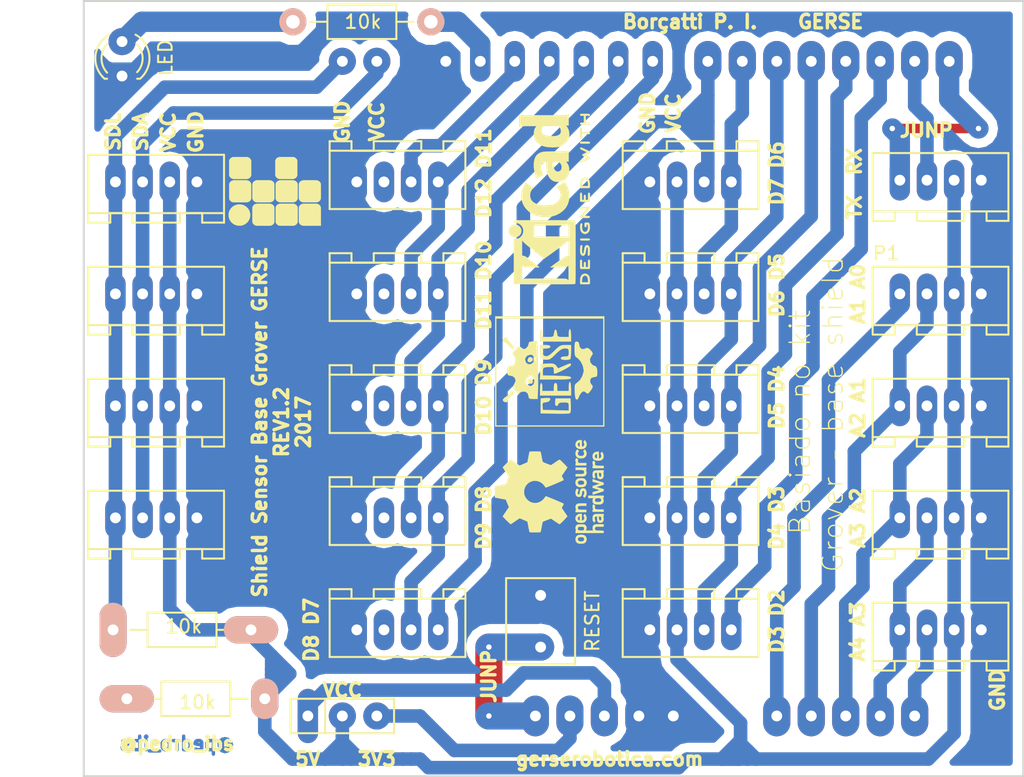
<source format=kicad_pcb>
(kicad_pcb (version 4) (host pcbnew 4.0.2+dfsg1-stable)
  (title_block (title "Shield Sensor Base Grover GERSE  Conector grove 4 pinos universal") (date 2017-09-04) (rev 1.2) (company "Shield Sensor Base Grover GERSE    ") (comment 2 "Pedro Igor B. S."))
  (layers (0 F.Cu signal) (31 B.Cu signal) (34 B.Paste user hide) (35 F.Paste user) (36 B.SilkS user) (37 F.SilkS user) (38 B.Mask user) (39 F.Mask user) (44 Edge.Cuts user))
  (net 0 "")
  (net 1 Earth)
  (net 2 TXD)
  (net 3 D2)
  (net 4 D3)
  (net 5 D4)
  (net 6 D5)
  (net 7 D6)
  (net 8 D7)
  (net 9 D8)
  (net 10 D9)
  (net 11 D10)
  (net 12 D11)
  (net 13 D12)
  (net 14 D13)
  (net 15 "Net-(IC1-PadAR)")
  (net 16 ADC4)
  (net 17 ADC5)
  (net 18 ADC3)
  (net 19 ADC2)
  (net 20 ADC1)
  (net 21 ADC0)
  (net 22 "Net-(IC1-PadVIN)")
  (net 23 5V)
  (net 24 3V3)
  (net 25 VCC)
  (net 26 RXD)
  (net 27 RT)
  (net 28 "Net-(D1-Pad2)")
  (module MY_kicad:ARDUINO_UNO (layer F.Cu) (at 19.685 69.215)
    (fp_text reference IC1 hide)
    (fp_text value ARDUINO_UNO hide)
    (pad 0 thru_hole oval (at 63.5 -50.8) (size 2 3) (drill 0.8) (layers *.Cu *.Mask) (net 26 RXD))
    (pad 1 thru_hole oval (at 60.96 -50.8) (size 2 3) (drill 0.8) (layers *.Cu *.Mask) (net 2 TXD))
    (pad 2 thru_hole oval (at 58.42 -50.8) (size 2 3) (drill 0.8) (layers *.Cu *.Mask) (net 3 D2))
    (pad 3 thru_hole oval (at 55.88 -50.8) (size 2 3) (drill 0.8) (layers *.Cu *.Mask) (net 4 D3))
    (pad 4 thru_hole oval (at 53.34 -50.8) (size 2 3) (drill 0.8) (layers *.Cu *.Mask) (net 5 D4))
    (pad 5 thru_hole oval (at 50.8 -50.8) (size 2 3) (drill 0.8) (layers *.Cu *.Mask) (net 6 D5))
    (pad 6 thru_hole oval (at 48.26 -50.8) (size 2 3) (drill 0.8) (layers *.Cu *.Mask) (net 7 D6))
    (pad 7 thru_hole oval (at 45.72 -50.8) (size 2 3) (drill 0.8) (layers *.Cu *.Mask) (net 8 D7))
    (pad 8 thru_hole oval (at 41.656 -50.8) (size 1.5 3) (drill 0.8) (layers *.Cu *.Mask) (net 9 D8))
    (pad 9 thru_hole oval (at 39.116 -50.8) (size 1.5 3) (drill 0.8) (layers *.Cu *.Mask) (net 10 D9))
    (pad 10 thru_hole oval (at 36.576 -50.8) (size 1.5 3) (drill 0.8) (layers *.Cu *.Mask) (net 11 D10))
    (pad 11 thru_hole oval (at 34.036 -50.8) (size 1.5 3) (drill 0.8) (layers *.Cu *.Mask) (net 12 D11))
    (pad 12 thru_hole oval (at 31.496 -50.8) (size 1.5 3) (drill 0.8) (layers *.Cu *.Mask) (net 13 D12))
    (pad 13 thru_hole oval (at 28.956 -50.8) (size 1.5 3) (drill 0.8) (layers *.Cu *.Mask) (net 14 D13))
    (pad GND thru_hole circle (at 26.416 -50.8) (size 2 2) (drill 0.8) (layers *.Cu *.Mask) (net 1 Earth))
    (pad A4 thru_hole circle (at 21.336 -50.8) (size 2 2) (drill 0.8) (layers *.Cu *.Mask) (net 16 ADC4))
    (pad A5 thru_hole circle (at 18.796 -50.8) (size 2 2) (drill 0.8) (layers *.Cu *.Mask) (net 17 ADC5))
    (pad A4 thru_hole oval (at 60.96 -2.54) (size 2 3) (drill 0.8) (layers *.Cu *.Mask) (net 16 ADC4))
    (pad A3 thru_hole oval (at 58.42 -2.54) (size 2 3) (drill 0.8) (layers *.Cu *.Mask) (net 18 ADC3))
    (pad A2 thru_hole oval (at 55.88 -2.54) (size 2 3) (drill 0.8) (layers *.Cu *.Mask) (net 19 ADC2))
    (pad A1 thru_hole oval (at 53.34 -2.54) (size 2 3) (drill 0.8) (layers *.Cu *.Mask) (net 20 ADC1))
    (pad A0 thru_hole oval (at 50.8 -2.54) (size 2 3) (drill 0.8) (layers *.Cu *.Mask) (net 21 ADC0))
    (pad GND thru_hole oval (at 43.18 -2.54) (size 2 3) (drill 0.8) (layers *.Cu *.Mask) (net 1 Earth))
    (pad GND thru_hole oval (at 40.64 -2.54) (size 2 3) (drill 0.8) (layers *.Cu *.Mask) (net 1 Earth))
    (pad 5V thru_hole oval (at 38.1 -2.54) (size 2 3) (drill 0.8) (layers *.Cu *.Mask) (net 23 5V))
    (pad 3V3 thru_hole oval (at 35.56 -2.54) (size 2 3) (drill 0.8) (layers *.Cu *.Mask) (net 24 3V3))
    (pad RT thru_hole oval (at 33.02 -2.54) (size 2 3) (drill 0.8) (layers *.Cu *.Mask) (net 27 RT))
  )
  (module Resistors_ThroughHole:Resistor_Horizontal_RM10mm (layer F.Cu) (at 21.59 60.325)
    (fp_text reference R1 hide)
    (fp_text value 10k (at 5.207 -0.254) (layer F.SilkS))
    (pad 1 thru_hole oval (at 0 0) (size 2 4) (drill 0.8) (layers *.Cu *.Mask B.SilkS) (net 17 ADC5))
    (pad 2 thru_hole oval (at 10.16 0) (size 4 2) (drill 0.8) (layers *.Cu *.Mask B.SilkS) (net 25 VCC))
  )
  (module Symbols:KiCad-Logo2_6mm_SilkScreen (layer F.Cu) (at 53.721 28.575 90)
    (fp_text reference REF*** hide)
    (fp_text value KiCad-Logo2_6mm_SilkScreen hide)
  )
  (module Symbols:OSHW-Logo_7.5x8mm_SilkScreen (layer F.Cu) (at 53.721 50.165 90)
    (fp_text reference REF*** hide)
    (fp_text value OSHW-Logo_7.5x8mm_SilkScreen hide)
  )
  (module Buttons_Switches_ThroughHole:SW_Micro_SPST (layer F.Cu) (at 38.481 66.675)
    (fp_text reference JP1 hide)
    (fp_text value JUMP3 hide)
    (pad 1 thru_hole oval (at -2.54 0) (size 1.5 4) (drill 0.8) (layers *.Cu *.Mask) (net 23 5V))
    (pad 2 thru_hole oval (at 0 0) (size 2 2) (drill 0.8) (layers *.Cu *.Mask) (net 25 VCC))
    (pad 3 thru_hole circle (at 2.54 0) (size 2 2) (drill 0.8) (layers *.Cu *.Mask) (net 24 3V3))
  )
  (module Resistors_ThroughHole:Resistor_Horizontal_RM10mm (layer F.Cu) (at 22.606 65.405)
    (fp_text reference R2 hide)
    (fp_text value 10k (at 5.207 0.254) (layer F.SilkS))
    (pad 1 thru_hole oval (at 0 0) (size 4 2) (drill 0.8) (layers *.Cu *.Mask B.SilkS) (net 16 ADC4))
    (pad 2 thru_hole oval (at 10.16 0) (size 2 3) (drill 0.8) (layers *.Cu *.Mask B.SilkS) (net 25 VCC))
  )
  (module MY_kicad:LOGO3 (layer F.Cu) (at 53.721 41.275 90)
    (fp_text reference G*** hide)
    (fp_text value LOGO hide)
  )
  (module MY_kicad:BUTTON2P (layer F.Cu) (at 53.086 57.785 270)
    (fp_text reference SW_RS1 hide)
    (fp_text value RESET (at 1.905 -3.81 270) (layer F.SilkS))
    (pad 1 thru_hole oval (at 0 0 270) (size 2 2) (drill 0.8) (layers *.Cu *.Mask) (net 1 Earth))
    (pad 2 thru_hole oval (at 3.81 0 270) (size 2 2) (drill 0.8) (layers *.Cu *.Mask) (net 27 RT))
  )
  (module LEDs:LED-3MM (layer F.Cu) (at 22.25 19.5 90)
    (fp_text reference D1 hide)
    (fp_text value LED (at 1.34 3.2 270) (layer F.SilkS))
    (pad 1 thru_hole rect (at 0 0 180) (size 2 2) (drill 0.8) (layers *.Cu *.Mask) (net 1 Earth))
    (pad 2 thru_hole circle (at 2.54 0 90) (size 2 2) (drill 0.8) (layers *.Cu *.Mask) (net 28 "Net-(D1-Pad2)"))
  )
  (module Resistors_ThroughHole:Resistor_Horizontal_RM10mm (layer F.Cu) (at 45 15.5 180)
    (fp_text reference R3 hide)
    (fp_text value 10k (at 5 0 180) (layer F.SilkS))
    (pad 1 thru_hole circle (at 0 0 180) (size 1.99898 1.99898) (drill 1.00076) (layers *.Cu *.SilkS *.Mask) (net 14 D13))
    (pad 2 thru_hole circle (at 10.16 0 180) (size 1.99898 1.99898) (drill 1.00076) (layers *.Cu *.SilkS *.Mask) (net 28 "Net-(D1-Pad2)"))
  )
  (module "MyFootprint:Grove 4 pinos" (layer F.Cu) (at 42.545 60.325 180)
    (fp_text reference P11 hide)
    (fp_text value D7 hide)
    (pad 1 thru_hole oval (at -3 0 180) (size 1.5 3) (drill 0.8) (layers *.Cu) (net 8 D7))
    (pad 2 thru_hole oval (at -1 0 180) (size 1.5 3) (drill 0.8) (layers *.Cu) (net 9 D8))
    (pad 3 thru_hole oval (at 1 0 180) (size 1.5 3) (drill 0.8) (layers *.Cu) (net 25 VCC))
    (pad 4 thru_hole oval (at 3 0 180) (size 1.5 3) (drill 0.8) (layers *.Cu) (net 1 Earth))
  )
  (module "MyFootprint:Grove 4 pinos" (layer F.Cu) (at 42.545 52.07 180)
    (fp_text reference P12 hide)
    (fp_text value D8 hide)
    (pad 1 thru_hole oval (at -3 0 180) (size 1.5 3) (drill 0.8) (layers *.Cu) (net 9 D8))
    (pad 2 thru_hole oval (at -1 0 180) (size 1.5 3) (drill 0.8) (layers *.Cu) (net 10 D9))
    (pad 3 thru_hole oval (at 1 0 180) (size 1.5 3) (drill 0.8) (layers *.Cu) (net 25 VCC))
    (pad 4 thru_hole oval (at 3 0 180) (size 1.5 3) (drill 0.8) (layers *.Cu) (net 1 Earth))
  )
  (module "MyFootprint:Grove 4 pinos" (layer F.Cu) (at 42.545 27.305 180)
    (fp_text reference P17 hide)
    (fp_text value D11 hide)
    (pad 1 thru_hole oval (at -3 0 180) (size 1.5 3) (drill 0.8) (layers *.Cu) (net 12 D11))
    (pad 2 thru_hole oval (at -1 0 180) (size 1.5 3) (drill 0.8) (layers *.Cu) (net 13 D12))
    (pad 3 thru_hole oval (at 1 0 180) (size 1.5 3) (drill 0.8) (layers *.Cu) (net 25 VCC))
    (pad 4 thru_hole oval (at 3 0 180) (size 1.5 3) (drill 0.8) (layers *.Cu) (net 1 Earth))
  )
  (module "MyFootprint:Grove 4 pinos" (layer F.Cu) (at 42.545 35.56 180)
    (fp_text reference P18 hide)
    (fp_text value D10 hide)
    (pad 1 thru_hole oval (at -3 0 180) (size 1.5 3) (drill 0.8) (layers *.Cu) (net 11 D10))
    (pad 2 thru_hole oval (at -1 0 180) (size 1.5 3) (drill 0.8) (layers *.Cu) (net 12 D11))
    (pad 3 thru_hole oval (at 1 0 180) (size 1.5 3) (drill 0.8) (layers *.Cu) (net 25 VCC))
    (pad 4 thru_hole oval (at 3 0 180) (size 1.5 3) (drill 0.8) (layers *.Cu) (net 1 Earth))
  )
  (module "MyFootprint:Grove 4 pinos" (layer F.Cu) (at 42.545 43.815 180)
    (fp_text reference P19 hide)
    (fp_text value D9 hide)
    (pad 1 thru_hole oval (at -3 0 180) (size 1.5 3) (drill 0.8) (layers *.Cu) (net 10 D9))
    (pad 2 thru_hole oval (at -1 0 180) (size 1.5 3) (drill 0.8) (layers *.Cu) (net 11 D10))
    (pad 3 thru_hole oval (at 1 0 180) (size 1.5 3) (drill 0.8) (layers *.Cu) (net 25 VCC))
    (pad 4 thru_hole oval (at 3 0 180) (size 1.5 3) (drill 0.8) (layers *.Cu) (net 1 Earth))
  )
  (module "MyFootprint:Grove 4 pinos" (layer F.Cu) (at 24.765 27.305)
    (fp_text reference P13 hide)
    (fp_text value I2C hide)
    (pad 1 thru_hole oval (at -3 0) (size 1.5 3) (drill 0.8) (layers *.Cu) (net 17 ADC5))
    (pad 2 thru_hole oval (at -1 0) (size 1.5 3) (drill 0.8) (layers *.Cu) (net 16 ADC4))
    (pad 3 thru_hole oval (at 1 0) (size 1.5 3) (drill 0.8) (layers *.Cu) (net 25 VCC))
    (pad 4 thru_hole oval (at 3 0) (size 1.5 3) (drill 0.8) (layers *.Cu) (net 1 Earth))
  )
  (module "MyFootprint:Grove 4 pinos" (layer F.Cu) (at 24.765 35.56)
    (fp_text reference P14 hide)
    (fp_text value I2C hide)
    (pad 1 thru_hole oval (at -3 0) (size 1.5 3) (drill 0.8) (layers *.Cu) (net 17 ADC5))
    (pad 2 thru_hole oval (at -1 0) (size 1.5 3) (drill 0.8) (layers *.Cu) (net 16 ADC4))
    (pad 3 thru_hole oval (at 1 0) (size 1.5 3) (drill 0.8) (layers *.Cu) (net 25 VCC))
    (pad 4 thru_hole oval (at 3 0) (size 1.5 3) (drill 0.8) (layers *.Cu) (net 1 Earth))
  )
  (module "MyFootprint:Grove 4 pinos" (layer F.Cu) (at 24.765 43.815)
    (fp_text reference P15 hide)
    (fp_text value I2C hide)
    (pad 1 thru_hole oval (at -3 0) (size 1.5 3) (drill 0.8) (layers *.Cu) (net 17 ADC5))
    (pad 2 thru_hole oval (at -1 0) (size 1.5 3) (drill 0.8) (layers *.Cu) (net 16 ADC4))
    (pad 3 thru_hole oval (at 1 0) (size 1.5 3) (drill 0.8) (layers *.Cu) (net 25 VCC))
    (pad 4 thru_hole oval (at 3 0) (size 1.5 3) (drill 0.8) (layers *.Cu) (net 1 Earth))
  )
  (module "MyFootprint:Grove 4 pinos" (layer F.Cu) (at 24.765 52.07)
    (fp_text reference P16 hide)
    (fp_text value I2C hide)
    (pad 1 thru_hole oval (at -3 0) (size 1.5 3) (drill 0.8) (layers *.Cu) (net 17 ADC5))
    (pad 2 thru_hole oval (at -1 0) (size 1.5 3) (drill 0.8) (layers *.Cu) (net 16 ADC4))
    (pad 3 thru_hole oval (at 1 0) (size 1.5 3) (drill 0.8) (layers *.Cu) (net 25 VCC))
    (pad 4 thru_hole oval (at 3 0) (size 1.5 3) (drill 0.8) (layers *.Cu) (net 1 Earth))
  )
  (module "MyFootprint:Grove 4 pinos" (layer F.Cu) (at 64.135 27.305 180)
    (fp_text reference P10 hide)
    (fp_text value D6 hide)
    (pad 1 thru_hole oval (at -3 0 180) (size 1.5 3) (drill 0.8) (layers *.Cu) (net 7 D6))
    (pad 2 thru_hole oval (at -1 0 180) (size 1.5 3) (drill 0.8) (layers *.Cu) (net 8 D7))
    (pad 3 thru_hole oval (at 1 0 180) (size 1.5 3) (drill 0.8) (layers *.Cu) (net 25 VCC))
    (pad 4 thru_hole oval (at 3 0 180) (size 1.5 3) (drill 0.8) (layers *.Cu) (net 1 Earth))
  )
  (module "MyFootprint:Grove 4 pinos" (layer F.Cu) (at 64.135 60.325 180)
    (fp_text reference P6 hide)
    (fp_text value D2 hide)
    (pad 1 thru_hole oval (at -3 0 180) (size 1.5 3) (drill 0.8) (layers *.Cu) (net 3 D2))
    (pad 2 thru_hole oval (at -1 0 180) (size 1.5 3) (drill 0.8) (layers *.Cu) (net 4 D3))
    (pad 3 thru_hole oval (at 1 0 180) (size 1.5 3) (drill 0.8) (layers *.Cu) (net 25 VCC))
    (pad 4 thru_hole oval (at 3 0 180) (size 1.5 3) (drill 0.8) (layers *.Cu) (net 1 Earth))
  )
  (module "MyFootprint:Grove 4 pinos" (layer F.Cu) (at 64.135 52.07 180)
    (fp_text reference P7 hide)
    (fp_text value D3 hide)
    (pad 1 thru_hole oval (at -3 0 180) (size 1.5 3) (drill 0.8) (layers *.Cu) (net 4 D3))
    (pad 2 thru_hole oval (at -1 0 180) (size 1.5 3) (drill 0.8) (layers *.Cu) (net 5 D4))
    (pad 3 thru_hole oval (at 1 0 180) (size 1.5 3) (drill 0.8) (layers *.Cu) (net 25 VCC))
    (pad 4 thru_hole oval (at 3 0 180) (size 1.5 3) (drill 0.8) (layers *.Cu) (net 1 Earth))
  )
  (module "MyFootprint:Grove 4 pinos" (layer F.Cu) (at 64.135 43.815 180)
    (fp_text reference P8 hide)
    (fp_text value D4 hide)
    (pad 1 thru_hole oval (at -3 0 180) (size 1.5 3) (drill 0.8) (layers *.Cu) (net 5 D4))
    (pad 2 thru_hole oval (at -1 0 180) (size 1.5 3) (drill 0.8) (layers *.Cu) (net 6 D5))
    (pad 3 thru_hole oval (at 1 0 180) (size 1.5 3) (drill 0.8) (layers *.Cu) (net 25 VCC))
    (pad 4 thru_hole oval (at 3 0 180) (size 1.5 3) (drill 0.8) (layers *.Cu) (net 1 Earth))
  )
  (module "MyFootprint:Grove 4 pinos" (layer F.Cu) (at 64.135 35.56 180)
    (fp_text reference P9 hide)
    (fp_text value D5 hide)
    (pad 1 thru_hole oval (at -3 0 180) (size 1.5 3) (drill 0.8) (layers *.Cu) (net 6 D5))
    (pad 2 thru_hole oval (at -1 0 180) (size 1.5 3) (drill 0.8) (layers *.Cu) (net 7 D6))
    (pad 3 thru_hole oval (at 1 0 180) (size 1.5 3) (drill 0.8) (layers *.Cu) (net 25 VCC))
    (pad 4 thru_hole oval (at 3 0 180) (size 1.5 3) (drill 0.8) (layers *.Cu) (net 1 Earth))
  )
  (module "MyFootprint:Grove 4 pinos" (layer F.Cu) (at 82.55 27.178)
    (fp_text reference P5 hide)
    (fp_text value UART hide)
    (pad 1 thru_hole oval (at -3 0) (size 1.5 3) (drill 0.8) (layers *.Cu) (net 26 RXD))
    (pad 2 thru_hole oval (at -1 0) (size 1.5 3) (drill 0.8) (layers *.Cu) (net 2 TXD))
    (pad 3 thru_hole oval (at 1 0) (size 1.5 3) (drill 0.8) (layers *.Cu) (net 25 VCC))
    (pad 4 thru_hole oval (at 3 0) (size 1.5 3) (drill 0.8) (layers *.Cu) (net 1 Earth))
  )
  (module "MyFootprint:Grove 4 pinos" (layer F.Cu) (at 82.55 35.56)
    (fp_text reference P1 (at -4 -3) (layer F.SilkS))
    (fp_text value A0 hide)
    (pad 1 thru_hole oval (at -3 0) (size 1.5 3) (drill 0.8) (layers *.Cu) (net 21 ADC0))
    (pad 2 thru_hole oval (at -1 0) (size 1.5 3) (drill 0.8) (layers *.Cu) (net 20 ADC1))
    (pad 3 thru_hole oval (at 1 0) (size 1.5 3) (drill 0.8) (layers *.Cu) (net 25 VCC))
    (pad 4 thru_hole oval (at 3 0) (size 1.5 3) (drill 0.8) (layers *.Cu) (net 1 Earth))
  )
  (module "MyFootprint:Grove 4 pinos" (layer F.Cu) (at 82.55 43.815)
    (fp_text reference P2 hide)
    (fp_text value A1 hide)
    (pad 1 thru_hole oval (at -3 0) (size 1.5 3) (drill 0.8) (layers *.Cu) (net 20 ADC1))
    (pad 2 thru_hole oval (at -1 0) (size 1.5 3) (drill 0.8) (layers *.Cu) (net 19 ADC2))
    (pad 3 thru_hole oval (at 1 0) (size 1.5 3) (drill 0.8) (layers *.Cu) (net 25 VCC))
    (pad 4 thru_hole oval (at 3 0) (size 1.5 3) (drill 0.8) (layers *.Cu) (net 1 Earth))
  )
  (module "MyFootprint:Grove 4 pinos" (layer F.Cu) (at 82.55 52.07)
    (fp_text reference P3 hide)
    (fp_text value A2 hide)
    (pad 1 thru_hole oval (at -3 0) (size 1.5 3) (drill 0.8) (layers *.Cu) (net 19 ADC2))
    (pad 2 thru_hole oval (at -1 0) (size 1.5 3) (drill 0.8) (layers *.Cu) (net 18 ADC3))
    (pad 3 thru_hole oval (at 1 0) (size 1.5 3) (drill 0.8) (layers *.Cu) (net 25 VCC))
    (pad 4 thru_hole oval (at 3 0) (size 1.5 3) (drill 0.8) (layers *.Cu) (net 1 Earth))
  )
  (module "MyFootprint:Grove 4 pinos" (layer F.Cu) (at 82.55 60.325)
    (fp_text reference P4 hide)
    (fp_text value A3 hide)
    (pad 1 thru_hole oval (at -3 0) (size 1.5 3) (drill 0.8) (layers *.Cu) (net 18 ADC3))
    (pad 2 thru_hole oval (at -1 0) (size 1.5 3) (drill 0.8) (layers *.Cu) (net 16 ADC4))
    (pad 3 thru_hole oval (at 1 0) (size 1.5 3) (drill 0.8) (layers *.Cu) (net 25 VCC))
    (pad 4 thru_hole oval (at 3 0) (size 1.5 3) (drill 0.8) (layers *.Cu) (net 1 Earth))
  )
  (module MyFootprint:Logo-IFSP (layer F.Cu) (at 33.5 28 90)
    (fp_text reference G*** hide)
    (fp_text value LOGO hide)
  )
  (gr_text SDL (at 21.59 23.622 90) (layer F.SilkS) (effects (font (size 1 1) (thickness 0.25))))
  (gr_text "D8 D7" (at 36.195 60.325 90) (layer F.SilkS) (effects (font (size 1 1) (thickness 0.25))))
  (gr_text "D12 D11" (at 48.895 26.67 90) (layer F.SilkS) (effects (font (size 1 1) (thickness 0.25))))
  (gr_text JUNP (at 49.276 63.754 90) (layer F.SilkS) (effects (font (size 1 1) (thickness 0.25))))
  (gr_text JUNP (at 81.5 23.5) (layer F.SilkS) (effects (font (size 1 1) (thickness 0.25))))
  (gr_text "Basiado no kit \nGrover – base shield" (at 73.406 44.45 90) (layer F.SilkS) (effects (font (size 1.5 1.5) (thickness 0.1))))
  (gr_text "A4 A3" (at 76.454 60.452 90) (layer F.SilkS) (effects (font (size 1 1) (thickness 0.25))))
  (gr_text "A3 A2" (at 76.454 52.07 90) (layer F.SilkS) (effects (font (size 1 1) (thickness 0.25))))
  (gr_text "A2 A1" (at 76.454 43.942 90) (layer F.SilkS) (effects (font (size 1 1) (thickness 0.25))))
  (gr_text "A1 A0" (at 76.454 35.56 90) (layer F.SilkS) (effects (font (size 1 1) (thickness 0.25))))
  (gr_text "TX  RX" (at 76.2 27.432 90) (layer F.SilkS) (effects (font (size 1 1) (thickness 0.25))))
  (gr_text GND (at 86.741 64.77 90) (layer F.SilkS) (effects (font (size 1 1) (thickness 0.25))))
  (gr_text VCC (at 62.865 22.225 90) (layer F.SilkS) (effects (font (size 1 1) (thickness 0.25))))
  (gr_text GND (at 60.96 22.225 90) (layer F.SilkS) (effects (font (size 1 1) (thickness 0.25))))
  (gr_text "D11 D10" (at 48.895 34.925 90) (layer F.SilkS) (effects (font (size 1 1) (thickness 0.25))))
  (gr_text "D10 D9" (at 48.895 43.18 90) (layer F.SilkS) (effects (font (size 1 1) (thickness 0.25))))
  (gr_text "D5 D4" (at 70.485 43.18 90) (layer F.SilkS) (effects (font (size 1 1) (thickness 0.25))))
  (gr_text "D4 D3" (at 70.485 52.07 90) (layer F.SilkS) (effects (font (size 1 1) (thickness 0.25))))
  (gr_text gerserobotica.com (at 58.166 69.85) (layer F.SilkS) (effects (font (size 1 1) (thickness 0.25))))
  (gr_text @pedro_ibs (at 26.289 68.707) (layer F.SilkS) (effects (font (size 1 1) (thickness 0.25))))
  (gr_text "Borçatti P. I.    GERSE" (at 68 15.5) (layer F.SilkS) (effects (font (size 1 1) (thickness 0.25))))
  (gr_text "D7 D6" (at 70.485 26.67 90) (layer F.SilkS) (effects (font (size 1 1) (thickness 0.25))))
  (gr_text "D9 D8" (at 48.895 52.07 90) (layer F.SilkS) (effects (font (size 1 1) (thickness 0.25))))
  (gr_text "D6 D5" (at 70.485 34.925 90) (layer F.SilkS) (effects (font (size 1 1) (thickness 0.25))))
  (gr_text "D3 D2" (at 70.485 59.69 90) (layer F.SilkS) (effects (font (size 1 1) (thickness 0.25))))
  (gr_text GND (at 38.481 22.86 90) (layer F.SilkS) (effects (font (size 1 1) (thickness 0.25))))
  (gr_text VCC (at 41.021 22.86 90) (layer F.SilkS) (effects (font (size 1 1) (thickness 0.25))))
  (gr_text GND (at 27.686 23.622 90) (layer F.SilkS) (effects (font (size 1 1) (thickness 0.25))))
  (gr_text VCC (at 25.654 23.622 90) (layer F.SilkS) (effects (font (size 1 1) (thickness 0.25))))
  (gr_text @pedro_ibs (at 26.289 68.707) (layer B.Cu) (effects (font (size 1 1) (thickness 0.25)) (justify mirror)))
  (gr_text VCC (at 38.481 64.77) (layer F.SilkS) (effects (font (size 1 1) (thickness 0.25))))
  (gr_text 3V3 (at 41.021 69.85) (layer F.SilkS) (effects (font (size 1 1) (thickness 0.25))))
  (gr_text 5V (at 35.941 69.85) (layer F.SilkS) (effects (font (size 1 1) (thickness 0.25))))
  (gr_text SDA (at 23.622 23.622 90) (layer F.SilkS) (effects (font (size 1 1) (thickness 0.25))))
  (gr_line (start 19.431 13.97) (end 20.066 13.97) (angle 90) (layer Edge.Cuts) (width 0.15))
  (gr_line (start 19.431 71.12) (end 19.431 13.97) (angle 90) (layer Edge.Cuts) (width 0.15))
  (gr_line (start 88.646 71.12) (end 19.431 71.12) (angle 90) (layer Edge.Cuts) (width 0.15))
  (gr_line (start 88.646 70.485) (end 88.646 71.12) (angle 90) (layer Edge.Cuts) (width 0.15))
  (gr_line (start 88.646 13.97) (end 88.646 70.485) (angle 90) (layer Edge.Cuts) (width 0.15))
  (gr_line (start 88.011 13.97) (end 88.646 13.97) (angle 90) (layer Edge.Cuts) (width 0.15))
  (gr_text "Shield Sensor Base Grover GERSE\nREV1.2\n2017" (at 34 45 90) (layer F.SilkS) (effects (font (size 1 1) (thickness 0.25))))
  (gr_line (start 19.685 13.97) (end 88.265 13.97) (angle 90) (layer Edge.Cuts) (width 0.15))
  (segment (start 22.25 19.5) (end 23 19.5) (width 1.5) (layer B.Cu) (net 1))
  (segment (start 23 19.5) (end 24.5 18) (width 1.5) (layer B.Cu) (net 1))
  (segment (start 24.5 18) (end 35.5 18) (width 1.5) (layer B.Cu) (net 1))
  (segment (start 35.5 18) (end 38 15.5) (width 1.5) (layer B.Cu) (net 1))
  (segment (start 38 15.5) (end 41.5 15.5) (width 1.5) (layer B.Cu) (net 1))
  (segment (start 41.5 15.5) (end 44.415 18.415) (width 1.5) (layer B.Cu) (net 1))
  (segment (start 44.415 18.415) (end 46.101 18.415) (width 1.5) (layer B.Cu) (net 1))
  (segment (start 46.101 18.415) (end 45.466 18.415) (width 1) (layer B.Cu) (net 1))
  (segment (start 81.55 27.178) (end 81.55 22.622) (width 1) (layer B.Cu) (net 2))
  (segment (start 80.645 21.717) (end 80.645 18.415) (width 1) (layer B.Cu) (net 2))
  (segment (start 81.55 22.622) (end 80.645 21.717) (width 1) (layer B.Cu) (net 2))
  (segment (start 76.708 26.162) (end 76.708 22.606) (width 1) (layer B.Cu) (net 3))
  (segment (start 78.105 21.209) (end 78.105 18.415) (width 1) (layer B.Cu) (net 3))
  (segment (start 76.708 22.606) (end 78.105 21.209) (width 1) (layer B.Cu) (net 3))
  (segment (start 67.135 58.087) (end 67.135 60.325) (width 1) (layer B.Cu) (net 3))
  (segment (start 69.596 55.626) (end 67.135 58.087) (width 1) (layer B.Cu) (net 3))
  (segment (start 69.596 51.308) (end 69.596 55.626) (width 1) (layer B.Cu) (net 3))
  (segment (start 71.882 49.022) (end 69.596 51.308) (width 1) (layer B.Cu) (net 3))
  (segment (start 71.882 42.164) (end 71.882 49.022) (width 1) (layer B.Cu) (net 3))
  (segment (start 73.152 40.894) (end 71.882 42.164) (width 1) (layer B.Cu) (net 3))
  (segment (start 73.152 35.814) (end 73.152 40.894) (width 1) (layer B.Cu) (net 3))
  (segment (start 76.708 32.258) (end 73.152 35.814) (width 1) (layer B.Cu) (net 3))
  (segment (start 76.708 26.162) (end 76.708 32.258) (width 1) (layer B.Cu) (net 3))
  (segment (start 75.565 18.415) (end 75.565 20.447) (width 1) (layer B.Cu) (net 4))
  (segment (start 74.93 21.082) (end 74.93 24.892) (width 1) (layer B.Cu) (net 4))
  (segment (start 75.565 20.447) (end 74.93 21.082) (width 1) (layer B.Cu) (net 4))
  (segment (start 74.93 31.115) (end 74.93 24.892) (width 1) (layer B.Cu) (net 4))
  (segment (start 67.135 50.34) (end 69.85 47.625) (width 1) (layer B.Cu) (net 4))
  (segment (start 69.85 47.625) (end 69.85 41.275) (width 1) (layer B.Cu) (net 4))
  (segment (start 69.85 41.275) (end 71.12 40.005) (width 1) (layer B.Cu) (net 4))
  (segment (start 71.12 40.005) (end 71.12 34.925) (width 1) (layer B.Cu) (net 4))
  (segment (start 71.12 34.925) (end 74.93 31.115) (width 1) (layer B.Cu) (net 4))
  (segment (start 67.135 52.07) (end 67.135 50.34) (width 1) (layer B.Cu) (net 4))
  (segment (start 65.135 60.325) (end 65.135 57.42) (width 1) (layer B.Cu) (net 4))
  (segment (start 67.135 55.42) (end 67.135 52.07) (width 1) (layer B.Cu) (net 4))
  (segment (start 65.135 57.42) (end 67.135 55.42) (width 1) (layer B.Cu) (net 4))
  (segment (start 73.025 18.415) (end 73.025 29.845) (width 1) (layer B.Cu) (net 5))
  (segment (start 67.135 41.45) (end 67.135 43.815) (width 1) (layer B.Cu) (net 5))
  (segment (start 69.215 39.37) (end 67.135 41.45) (width 1) (layer B.Cu) (net 5))
  (segment (start 69.215 33.655) (end 69.215 39.37) (width 1) (layer B.Cu) (net 5))
  (segment (start 73.025 29.845) (end 69.215 33.655) (width 1) (layer B.Cu) (net 5))
  (segment (start 65.135 52.07) (end 65.135 49.165) (width 1) (layer B.Cu) (net 5))
  (segment (start 67.135 47.165) (end 67.135 43.815) (width 1) (layer B.Cu) (net 5))
  (segment (start 65.135 49.165) (end 67.135 47.165) (width 1) (layer B.Cu) (net 5))
  (segment (start 67.135 35.56) (end 67.135 33.195) (width 1) (layer B.Cu) (net 6))
  (segment (start 70.485 29.845) (end 70.485 18.415) (width 1) (layer B.Cu) (net 6))
  (segment (start 67.135 33.195) (end 70.485 29.845) (width 1) (layer B.Cu) (net 6))
  (segment (start 65.135 43.815) (end 65.135 40.91) (width 1) (layer B.Cu) (net 6))
  (segment (start 67.135 38.91) (end 67.135 35.56) (width 1) (layer B.Cu) (net 6))
  (segment (start 65.135 40.91) (end 67.135 38.91) (width 1) (layer B.Cu) (net 6))
  (segment (start 67.135 27.305) (end 67.135 23.035) (width 1) (layer B.Cu) (net 7))
  (segment (start 67.945 22.225) (end 67.945 18.415) (width 1) (layer B.Cu) (net 7))
  (segment (start 67.135 23.035) (end 67.945 22.225) (width 1) (layer B.Cu) (net 7))
  (segment (start 65.135 35.56) (end 65.135 32.655) (width 1) (layer B.Cu) (net 7))
  (segment (start 67.135 30.655) (end 67.135 27.305) (width 1) (layer B.Cu) (net 7))
  (segment (start 65.135 32.655) (end 67.135 30.655) (width 1) (layer B.Cu) (net 7))
  (segment (start 64.77 21.59) (end 64.77 24.13) (width 1) (layer B.Cu) (net 8))
  (segment (start 64.77 24.13) (end 64.77 23.495) (width 1) (layer B.Cu) (net 8))
  (segment (start 64.77 23.495) (end 64.77 24.13) (width 1) (layer B.Cu) (net 8))
  (segment (start 63.5 22.86) (end 64.77 24.13) (width 1) (layer B.Cu) (net 8))
  (segment (start 64.77 24.13) (end 65.405 24.765) (width 1) (layer B.Cu) (net 8))
  (segment (start 63.5 22.86) (end 64.77 21.59) (width 1) (layer B.Cu) (net 8))
  (segment (start 64.77 21.59) (end 65.405 20.955) (width 1) (layer B.Cu) (net 8))
  (segment (start 45.545 60.325) (end 45.545 57.96) (width 1) (layer B.Cu) (net 8))
  (segment (start 61.595 22.86) (end 63.5 22.86) (width 1) (layer B.Cu) (net 8))
  (segment (start 63.5 22.86) (end 65.405 22.86) (width 1) (layer B.Cu) (net 8))
  (segment (start 53.975 30.48) (end 61.595 22.86) (width 1) (layer B.Cu) (net 8))
  (segment (start 53.975 33.02) (end 53.975 30.48) (width 1) (layer B.Cu) (net 8))
  (segment (start 52.07 34.925) (end 53.975 33.02) (width 1) (layer B.Cu) (net 8))
  (segment (start 52.07 40.64) (end 52.07 34.925) (width 1) (layer B.Cu) (net 8))
  (segment (start 50.165 42.545) (end 52.07 40.64) (width 1) (layer B.Cu) (net 8))
  (segment (start 50.165 48.26) (end 50.165 42.545) (width 1) (layer B.Cu) (net 8))
  (segment (start 48.26 50.165) (end 50.165 48.26) (width 1) (layer B.Cu) (net 8))
  (segment (start 48.26 55.245) (end 48.26 50.165) (width 1) (layer B.Cu) (net 8))
  (segment (start 45.545 57.96) (end 48.26 55.245) (width 1) (layer B.Cu) (net 8))
  (segment (start 65.405 18.415) (end 65.405 20.955) (width 1) (layer B.Cu) (net 8))
  (segment (start 65.405 20.955) (end 65.405 22.86) (width 1) (layer B.Cu) (net 8))
  (segment (start 65.405 22.86) (end 65.405 24.765) (width 1) (layer B.Cu) (net 8))
  (segment (start 65.405 24.765) (end 65.405 27.035) (width 1) (layer B.Cu) (net 8))
  (segment (start 65.405 27.035) (end 65.135 27.305) (width 1) (layer B.Cu) (net 8))
  (segment (start 65.151 18.669) (end 65.405 18.415) (width 1.5) (layer B.Cu) (net 8))
  (segment (start 61.341 18.415) (end 61.341 19.685) (width 1) (layer B.Cu) (net 9))
  (segment (start 61.341 19.685) (end 51.816 29.21) (width 1) (layer B.Cu) (net 9))
  (segment (start 51.816 29.21) (end 51.816 32.512) (width 1) (layer B.Cu) (net 9))
  (segment (start 51.816 32.512) (end 49.784 34.544) (width 1) (layer B.Cu) (net 9))
  (segment (start 49.784 34.544) (end 49.784 40.132) (width 1) (layer B.Cu) (net 9))
  (segment (start 49.784 40.132) (end 47.752 42.164) (width 1) (layer B.Cu) (net 9))
  (segment (start 47.752 42.164) (end 47.752 47.752) (width 1) (layer B.Cu) (net 9))
  (segment (start 47.752 47.752) (end 45.545 49.959) (width 1) (layer B.Cu) (net 9))
  (segment (start 45.545 49.959) (end 45.545 52.07) (width 1) (layer B.Cu) (net 9))
  (segment (start 43.545 60.325) (end 43.545 56.785) (width 1) (layer B.Cu) (net 9))
  (segment (start 45.545 54.785) (end 45.545 52.07) (width 1) (layer B.Cu) (net 9))
  (segment (start 43.545 56.785) (end 45.545 54.785) (width 1) (layer B.Cu) (net 9))
  (segment (start 58.801 18.415) (end 58.801 19.685) (width 1) (layer B.Cu) (net 10))
  (segment (start 58.801 19.685) (end 49.784 28.702) (width 1) (layer B.Cu) (net 10))
  (segment (start 49.784 28.702) (end 49.784 31.75) (width 1) (layer B.Cu) (net 10))
  (segment (start 49.784 31.75) (end 47.752 33.782) (width 1) (layer B.Cu) (net 10))
  (segment (start 47.752 33.782) (end 47.752 39.37) (width 1) (layer B.Cu) (net 10))
  (segment (start 47.752 39.37) (end 45.545 41.577) (width 1) (layer B.Cu) (net 10))
  (segment (start 45.545 41.577) (end 45.545 43.815) (width 1) (layer B.Cu) (net 10))
  (segment (start 43.545 52.07) (end 43.545 49.419) (width 1) (layer B.Cu) (net 10))
  (segment (start 45.545 47.419) (end 45.545 43.815) (width 1) (layer B.Cu) (net 10))
  (segment (start 43.545 49.419) (end 45.545 47.419) (width 1) (layer B.Cu) (net 10))
  (segment (start 56.261 18.415) (end 56.261 19.431) (width 1) (layer B.Cu) (net 11))
  (segment (start 56.261 19.431) (end 47.752 27.94) (width 1) (layer B.Cu) (net 11))
  (segment (start 47.752 27.94) (end 47.752 30.734) (width 1) (layer B.Cu) (net 11))
  (segment (start 47.752 30.734) (end 45.545 32.941) (width 1) (layer B.Cu) (net 11))
  (segment (start 45.545 32.941) (end 45.545 35.56) (width 1) (layer B.Cu) (net 11))
  (segment (start 43.545 43.815) (end 43.545 40.529) (width 1) (layer B.Cu) (net 11))
  (segment (start 45.545 38.529) (end 45.545 35.56) (width 1) (layer B.Cu) (net 11))
  (segment (start 43.545 40.529) (end 45.545 38.529) (width 1) (layer B.Cu) (net 11))
  (segment (start 43.545 35.56) (end 43.545 32.655) (width 1) (layer B.Cu) (net 12))
  (segment (start 45.545 30.655) (end 45.545 27.305) (width 1) (layer B.Cu) (net 12))
  (segment (start 43.545 32.655) (end 45.545 30.655) (width 1) (layer B.Cu) (net 12))
  (segment (start 45.545 27.305) (end 45.847 27.305) (width 1) (layer B.Cu) (net 12))
  (segment (start 45.847 27.305) (end 53.721 19.431) (width 1) (layer B.Cu) (net 12))
  (segment (start 53.721 19.431) (end 53.721 18.415) (width 1) (layer B.Cu) (net 12))
  (segment (start 51.181 18.415) (end 51.181 19.177) (width 1) (layer B.Cu) (net 13))
  (segment (start 51.181 19.177) (end 45.72 24.638) (width 1) (layer B.Cu) (net 13))
  (segment (start 45.72 24.638) (end 44.196 24.638) (width 1) (layer B.Cu) (net 13))
  (segment (start 44.196 24.638) (end 43.545 25.289) (width 1) (layer B.Cu) (net 13))
  (segment (start 43.545 25.289) (end 43.545 27.305) (width 1) (layer B.Cu) (net 13))
  (segment (start 45 15.5) (end 47 15.5) (width 1.5) (layer B.Cu) (net 14))
  (segment (start 47 15.5) (end 48.641 17.141) (width 1.5) (layer B.Cu) (net 14))
  (segment (start 48.641 17.141) (end 48.641 18.415) (width 1.5) (layer B.Cu) (net 14))
  (segment (start 48.641 18.415) (end 48.641 19.05) (width 1) (layer B.Cu) (net 14))
  (segment (start 81.55 60.325) (end 81.55 63.23) (width 1) (layer B.Cu) (net 16))
  (segment (start 80.645 64.135) (end 80.645 66.675) (width 1) (layer B.Cu) (net 16))
  (segment (start 81.55 63.23) (end 80.645 64.135) (width 1) (layer B.Cu) (net 16))
  (segment (start 41.021 18.415) (end 41.021 19.304) (width 1) (layer B.Cu) (net 16))
  (segment (start 41.021 19.304) (end 38.1 22.225) (width 1) (layer B.Cu) (net 16))
  (segment (start 23.765 24.495) (end 23.765 27.305) (width 1) (layer B.Cu) (net 16))
  (segment (start 26.035 22.225) (end 23.765 24.495) (width 1) (layer B.Cu) (net 16))
  (segment (start 38.1 22.225) (end 26.035 22.225) (width 1) (layer B.Cu) (net 16))
  (segment (start 23.765 35.56) (end 23.765 27.305) (width 1) (layer B.Cu) (net 16))
  (segment (start 23.765 43.815) (end 23.765 35.56) (width 1) (layer B.Cu) (net 16))
  (segment (start 23.765 52.07) (end 23.765 43.815) (width 1) (layer B.Cu) (net 16))
  (segment (start 41.021 18.415) (end 41.021 19.05) (width 1) (layer B.Cu) (net 16))
  (segment (start 21.765 27.305) (end 21.765 23.955) (width 1) (layer B.Cu) (net 17))
  (segment (start 36.576 20.32) (end 38.481 18.415) (width 1) (layer B.Cu) (net 17))
  (segment (start 25.4 20.32) (end 36.576 20.32) (width 1) (layer B.Cu) (net 17))
  (segment (start 21.765 23.955) (end 25.4 20.32) (width 1) (layer B.Cu) (net 17))
  (segment (start 21.765 52.07) (end 21.765 60.15) (width 1) (layer B.Cu) (net 17))
  (segment (start 21.765 60.15) (end 21.59 60.325) (width 1) (layer B.Cu) (net 17))
  (segment (start 21.765 43.815) (end 21.765 52.07) (width 1) (layer B.Cu) (net 17))
  (segment (start 21.765 35.56) (end 21.765 43.815) (width 1) (layer B.Cu) (net 17))
  (segment (start 21.765 27.305) (end 21.765 35.56) (width 1) (layer B.Cu) (net 17))
  (segment (start 38.481 18.415) (end 38.335 18.415) (width 1) (layer B.Cu) (net 17))
  (segment (start 21.971 59.944) (end 21.59 60.325) (width 1) (layer B.Cu) (net 17))
  (segment (start 78.105 66.675) (end 78.105 64.135) (width 1) (layer B.Cu) (net 18))
  (segment (start 79.55 62.69) (end 79.55 60.325) (width 1) (layer B.Cu) (net 18))
  (segment (start 78.105 64.135) (end 79.55 62.69) (width 1) (layer B.Cu) (net 18))
  (segment (start 81.55 52.07) (end 81.55 54.975) (width 1) (layer B.Cu) (net 18))
  (segment (start 79.55 56.975) (end 79.55 60.325) (width 1) (layer B.Cu) (net 18))
  (segment (start 81.55 54.975) (end 79.55 56.975) (width 1) (layer B.Cu) (net 18))
  (segment (start 75.565 66.675) (end 75.565 58.42) (width 1) (layer B.Cu) (net 19))
  (segment (start 76.835 54.785) (end 79.55 52.07) (width 1) (layer B.Cu) (net 19))
  (segment (start 76.835 57.15) (end 76.835 54.785) (width 1) (layer B.Cu) (net 19))
  (segment (start 75.565 58.42) (end 76.835 57.15) (width 1) (layer B.Cu) (net 19))
  (segment (start 81.55 43.815) (end 81.55 46.085) (width 1) (layer B.Cu) (net 19))
  (segment (start 79.55 48.085) (end 79.55 52.07) (width 1) (layer B.Cu) (net 19))
  (segment (start 81.55 46.085) (end 79.55 48.085) (width 1) (layer B.Cu) (net 19))
  (segment (start 73.025 66.675) (end 73.025 58.42) (width 1) (layer B.Cu) (net 20))
  (segment (start 76.2 47.165) (end 79.55 43.815) (width 1) (layer B.Cu) (net 20))
  (segment (start 76.2 50.165) (end 76.2 47.165) (width 1) (layer B.Cu) (net 20))
  (segment (start 74.295 52.07) (end 76.2 50.165) (width 1) (layer B.Cu) (net 20))
  (segment (start 74.295 57.15) (end 74.295 52.07) (width 1) (layer B.Cu) (net 20))
  (segment (start 73.025 58.42) (end 74.295 57.15) (width 1) (layer B.Cu) (net 20))
  (segment (start 81.55 35.56) (end 81.55 37.83) (width 1) (layer B.Cu) (net 20))
  (segment (start 79.55 39.83) (end 79.55 43.815) (width 1) (layer B.Cu) (net 20))
  (segment (start 81.55 37.83) (end 79.55 39.83) (width 1) (layer B.Cu) (net 20))
  (segment (start 70.485 66.675) (end 70.485 58.42) (width 1) (layer B.Cu) (net 21))
  (segment (start 74.295 41.91) (end 79.55 36.655) (width 1) (layer B.Cu) (net 21))
  (segment (start 74.295 49.53) (end 74.295 41.91) (width 1) (layer B.Cu) (net 21))
  (segment (start 71.755 52.07) (end 74.295 49.53) (width 1) (layer B.Cu) (net 21))
  (segment (start 71.755 57.15) (end 71.755 52.07) (width 1) (layer B.Cu) (net 21))
  (segment (start 70.485 58.42) (end 71.755 57.15) (width 1) (layer B.Cu) (net 21))
  (segment (start 79.55 36.655) (end 79.55 35.56) (width 1) (layer B.Cu) (net 21))
  (segment (start 35.941 66.675) (end 35.941 66.04) (width 1) (layer B.Cu) (net 23))
  (segment (start 35.941 66.04) (end 37.211 64.77) (width 1) (layer B.Cu) (net 23))
  (segment (start 57.785 64.389) (end 57.785 66.675) (width 1) (layer B.Cu) (net 23))
  (segment (start 56.896 63.5) (end 57.785 64.389) (width 1) (layer B.Cu) (net 23))
  (segment (start 51.816 63.5) (end 56.896 63.5) (width 1) (layer B.Cu) (net 23))
  (segment (start 50.546 64.77) (end 51.816 63.5) (width 1) (layer B.Cu) (net 23))
  (segment (start 37.211 64.77) (end 50.546 64.77) (width 1) (layer B.Cu) (net 23))
  (segment (start 35.941 66.675) (end 35.941 65.970002) (width 1) (layer B.Cu) (net 23))
  (segment (start 35.941 66.675) (end 35.941 65.405) (width 1) (layer B.Cu) (net 23))
  (segment (start 41.021 66.675) (end 44.196 66.675) (width 1) (layer B.Cu) (net 24))
  (segment (start 55.245 68.326) (end 55.245 66.675) (width 1) (layer B.Cu) (net 24))
  (segment (start 54.356 69.215) (end 55.245 68.326) (width 1) (layer B.Cu) (net 24))
  (segment (start 46.736 69.215) (end 54.356 69.215) (width 1) (layer B.Cu) (net 24))
  (segment (start 44.196 66.675) (end 46.736 69.215) (width 1) (layer B.Cu) (net 24))
  (segment (start 55.245 66.675) (end 55.245 65.659) (width 1) (layer B.Cu) (net 24))
  (segment (start 83.55 52.07) (end 83.55 60.325) (width 1) (layer B.Cu) (net 25))
  (segment (start 83.55 43.815) (end 83.55 52.07) (width 1) (layer B.Cu) (net 25))
  (segment (start 83.55 35.56) (end 83.55 43.815) (width 1) (layer B.Cu) (net 25))
  (segment (start 83.55 27.178) (end 83.55 35.56) (width 1) (layer B.Cu) (net 25))
  (segment (start 83.55 60.325) (end 83.55 67.95) (width 1) (layer B.Cu) (net 25))
  (segment (start 81.65 69.85) (end 68.326 69.85) (width 1) (layer B.Cu) (net 25))
  (segment (start 83.55 67.95) (end 81.65 69.85) (width 1) (layer B.Cu) (net 25))
  (segment (start 63.135 52.07) (end 63.135 60.325) (width 1) (layer B.Cu) (net 25))
  (segment (start 63.135 43.815) (end 63.135 52.07) (width 1) (layer B.Cu) (net 25))
  (segment (start 63.135 35.56) (end 63.135 43.815) (width 1) (layer B.Cu) (net 25))
  (segment (start 63.135 27.305) (end 63.135 35.56) (width 1) (layer B.Cu) (net 25))
  (segment (start 67.818 68.707) (end 67.818 67.183) (width 1) (layer B.Cu) (net 25))
  (segment (start 67.818 67.183) (end 63.135 62.5) (width 1) (layer B.Cu) (net 25))
  (segment (start 63.135 62.5) (end 63.135 60.325) (width 1) (layer B.Cu) (net 25))
  (segment (start 25.765 52.07) (end 25.765 58.785) (width 1) (layer B.Cu) (net 25))
  (segment (start 27.305 60.325) (end 31.75 60.325) (width 1) (layer B.Cu) (net 25))
  (segment (start 25.765 58.785) (end 27.305 60.325) (width 1) (layer B.Cu) (net 25))
  (segment (start 25.765 52.07) (end 25.765 43.815) (width 1) (layer B.Cu) (net 25))
  (segment (start 25.765 43.815) (end 25.765 35.56) (width 1) (layer B.Cu) (net 25))
  (segment (start 25.765 35.56) (end 25.765 27.305) (width 1) (layer B.Cu) (net 25))
  (segment (start 43.561 69.85) (end 44.196 69.85) (width 1) (layer B.Cu) (net 25))
  (segment (start 63.246 70.485) (end 63.881 69.85) (width 1) (layer B.Cu) (net 25))
  (segment (start 44.831 70.485) (end 63.246 70.485) (width 1) (layer B.Cu) (net 25))
  (segment (start 44.196 69.85) (end 44.831 70.485) (width 1) (layer B.Cu) (net 25))
  (segment (start 67.691 68.58) (end 67.818 68.707) (width 1) (layer B.Cu) (net 25))
  (segment (start 67.818 68.707) (end 68.961 69.85) (width 1) (layer B.Cu) (net 25))
  (segment (start 68.326 69.215) (end 68.326 69.85) (width 1) (layer B.Cu) (net 25))
  (segment (start 68.961 69.85) (end 68.326 69.215) (width 1) (layer B.Cu) (net 25))
  (segment (start 66.421 69.85) (end 67.691 68.58) (width 1) (layer B.Cu) (net 25))
  (segment (start 67.691 68.58) (end 67.691 69.85) (width 1) (layer B.Cu) (net 25))
  (segment (start 68.326 69.85) (end 67.691 69.85) (width 1) (layer B.Cu) (net 25))
  (segment (start 66.421 69.85) (end 63.881 69.85) (width 1) (layer B.Cu) (net 25))
  (segment (start 43.561 69.85) (end 42.926 69.85) (width 1) (layer B.Cu) (net 25))
  (segment (start 67.691 69.85) (end 66.421 69.85) (width 1) (layer B.Cu) (net 25))
  (segment (start 67.691 69.85) (end 66.421 69.85) (width 1) (layer B.Cu) (net 25))
  (segment (start 41.656 69.85) (end 42.926 69.85) (width 1) (layer B.Cu) (net 25))
  (segment (start 41.021 69.85) (end 41.656 69.85) (width 1) (layer B.Cu) (net 25))
  (segment (start 39.751 69.85) (end 38.481 68.58) (width 1) (layer B.Cu) (net 25))
  (segment (start 37.211 69.85) (end 38.481 68.58) (width 1) (layer B.Cu) (net 25))
  (segment (start 38.481 68.58) (end 38.481 69.85) (width 1) (layer B.Cu) (net 25))
  (segment (start 34.798 69.85) (end 37.211 69.85) (width 1) (layer B.Cu) (net 25))
  (segment (start 37.211 69.85) (end 38.481 69.85) (width 1) (layer B.Cu) (net 25))
  (segment (start 38.481 69.85) (end 39.116 69.85) (width 1) (layer B.Cu) (net 25))
  (segment (start 39.116 69.85) (end 39.751 69.85) (width 1) (layer B.Cu) (net 25))
  (segment (start 39.751 69.85) (end 41.021 69.85) (width 1) (layer B.Cu) (net 25))
  (segment (start 32.766 67.818) (end 34.798 69.85) (width 1) (layer B.Cu) (net 25))
  (segment (start 34.29 63.246) (end 33.274 63.246) (width 1) (layer B.Cu) (net 25))
  (segment (start 33.655 63.627) (end 33.274 63.627) (width 1) (layer B.Cu) (net 25))
  (segment (start 33.274 63.246) (end 33.655 63.627) (width 1) (layer B.Cu) (net 25))
  (segment (start 33.274 62.23) (end 33.274 63.627) (width 1) (layer B.Cu) (net 25))
  (segment (start 33.274 62.23) (end 34.29 63.246) (width 1) (layer B.Cu) (net 25))
  (segment (start 34.29 63.246) (end 34.6075 63.5635) (width 1) (layer B.Cu) (net 25))
  (segment (start 38.481 66.675) (end 38.481 68.58) (width 1) (layer B.Cu) (net 25))
  (segment (start 32.766 65.405) (end 32.766 67.818) (width 1) (layer B.Cu) (net 25))
  (segment (start 33.274 63.627) (end 33.274 64.897) (width 1) (layer B.Cu) (net 25))
  (segment (start 33.274 64.897) (end 32.766 65.405) (width 1) (layer B.Cu) (net 25))
  (segment (start 31.75 60.325) (end 31.75 60.706) (width 1) (layer B.Cu) (net 25))
  (segment (start 31.75 60.706) (end 33.274 62.23) (width 1) (layer B.Cu) (net 25))
  (segment (start 34.6075 63.5635) (end 32.766 65.405) (width 1) (layer B.Cu) (net 25))
  (segment (start 79.55 27.178) (end 79.55 23.924) (width 1.5) (layer B.Cu) (net 26))
  (segment (start 83.185 21.209) (end 83.185 18.415) (width 1.5) (layer B.Cu) (net 26))
  (segment (start 85.344 23.368) (end 83.185 21.209) (width 1.5) (layer B.Cu) (net 26))
  (via (at 85.344 23.368) (size 0.6) (drill 0.4) (layers F.Cu B.Cu) (net 26))
  (segment (start 78.994 23.368) (end 85.344 23.368) (width 0.7) (layer F.Cu) (net 26))
  (via (at 78.994 23.368) (size 0.6) (drill 0.4) (layers F.Cu B.Cu) (net 26))
  (segment (start 79.55 23.924) (end 78.994 23.368) (width 1.5) (layer B.Cu) (net 26))
  (segment (start 83.185 18.415) (end 83.185 18.669) (width 1.5) (layer B.Cu) (net 26))
  (segment (start 52.705 66.675) (end 49.276 66.675) (width 2) (layer B.Cu) (net 27))
  (segment (start 49.276 61.595) (end 53.086 61.595) (width 2) (layer B.Cu) (net 27))
  (via (at 49.276 61.595) (size 0.6) (drill 0.4) (layers F.Cu B.Cu) (net 27))
  (segment (start 49.276 66.675) (end 49.276 61.595) (width 2) (layer F.Cu) (net 27))
  (via (at 49.276 66.675) (size 0.6) (drill 0.4) (layers F.Cu B.Cu) (net 27))
  (segment (start 34.84 15.5) (end 23.71 15.5) (width 1.5) (layer B.Cu) (net 28))
  (segment (start 23.71 15.5) (end 22.25 16.96) (width 1.5) (layer B.Cu) (net 28))
  (zone (net 1) (net_name Earth) (layer B.Cu) (connect_pads yes (clearance 0.7)) (min_thickness 0.5) (fill yes (arc_segments 16) (thermal_gap 0.508) (thermal_bridge_width 0.508))
    (polygon (pts (xy 88.646 71.12) (xy 19.431 71.12) (xy 19.431 13.97) (xy 88.646 13.97) (xy 88.646 71.12)))
  )
)
</source>
